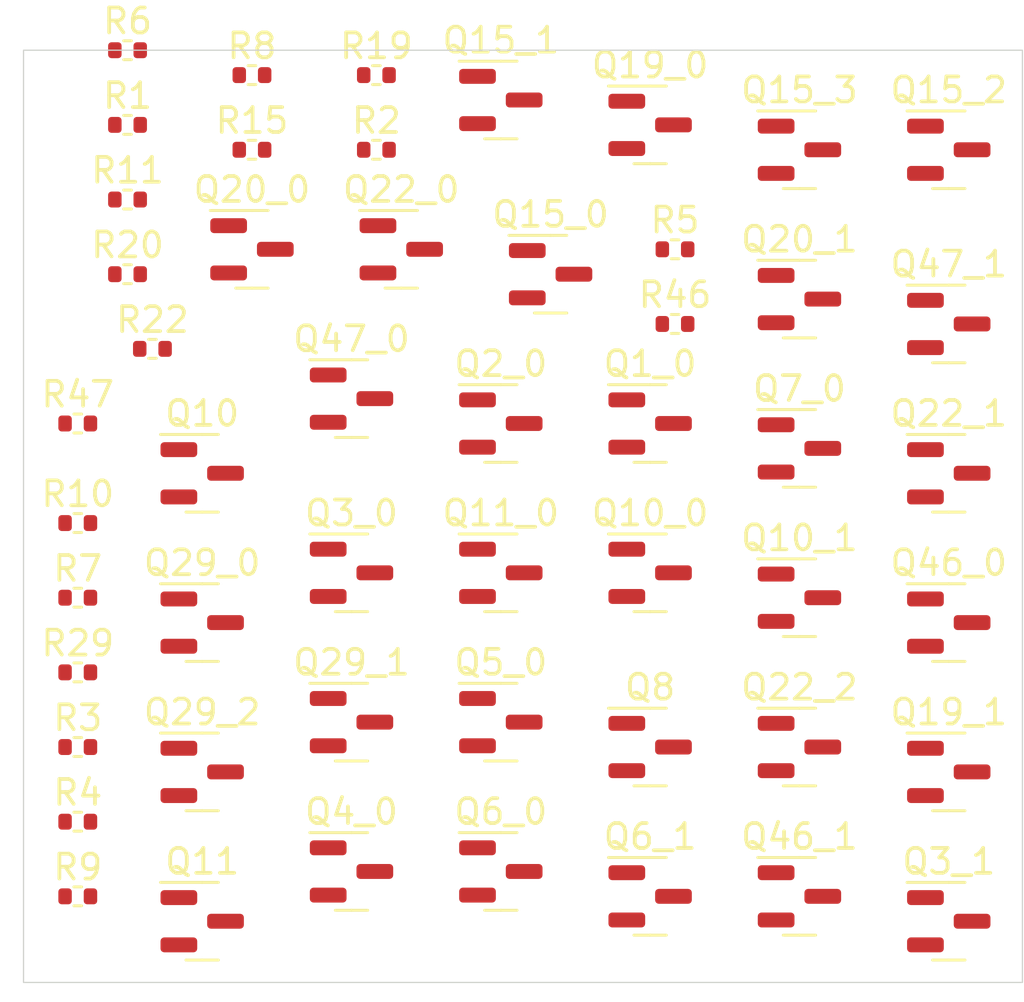
<source format=kicad_pcb>
(kicad_pcb (version 20211014) (generator pcbnew)
  (layers (0 "F.Cu" signal) (31 "B.Cu" signal) (34 "B.Paste" user) (35 "F.Paste" user) (36 "B.SilkS" user "B.Silkscreen") (37 "F.SilkS" user "F.Silkscreen") (38 "B.Mask" user) (39 "F.Mask" user) (44 "Edge.Cuts" user))
  (net 0 "")
  (net 1 "/A")
  (net 2 "GND")
  (net 3 "Net-(Q7-Pad3)")
  (net 4 "/B")
  (net 5 "Net-(Q8-Pad3)")
  (net 6 "Net-(Q10-Pad2)")
  (net 7 "/Q")
  (net 8 "VCC")
  (net 9 "/C")
  (net 10 "/Cnot")
  (net 11 "/Bnot")
  (net 12 "/Anot")
  (net 13 "Net-(Q3_0-Pad2)")
  (net 14 "/NAND3")
  (net 15 "/Dnot")
  (net 16 "/NAND3_not")
  (net 17 "/D")
  (net 18 "Net-(Q6_0-Pad2)")
  (net 19 "/NAND6")
  (net 20 "Net-(Q10_0-Pad2)")
  (net 21 "/NAND10")
  (net 22 "/NAND10_not")
  (net 23 "Net-(Q15_0-Pad2)")
  (net 24 "/NAND15")
  (net 25 "Net-(Q15_1-Pad2)")
  (net 26 "Net-(Q15_2-Pad2)")
  (net 27 "Net-(Q19_0-Pad2)")
  (net 28 "/NAND19")
  (net 29 "/A_not")
  (net 30 "Net-(Q20_0-Pad2)")
  (net 31 "/NAND20")
  (net 32 "Net-(Q22_0-Pad2)")
  (net 33 "/NAND22")
  (net 34 "Net-(Q22_1-Pad2)")
  (net 35 "Net-(Q29_0-Pad2)")
  (net 36 "/NAND29")
  (net 37 "Net-(Q29_1-Pad2)")
  (net 38 "Net-(Q46_0-Pad2)")
  (net 39 "/NAND46")
  (net 40 "Net-(Q47_0-Pad2)")
  (net 41 "/NAND47")
  (footprint "Package_TO_SOT_SMD:SOT-23" (layer "F.Cu") (at 46 67)
    (fp_text reference "Q29_2" (at 0 -2.4) (layer "F.SilkS"))
    (fp_text value "2N7002")
    (fp_line (start 0 -1.56) (end 0.65 -1.56) (layer "F.SilkS") (width 0.12))
    (fp_line (start 0 1.56) (end 0.65 1.56) (layer "F.SilkS") (width 0.12))
    (fp_line (start 0 1.56) (end -0.65 1.56) (layer "F.SilkS") (width 0.12))
    (fp_line (start 0 -1.56) (end -1.675 -1.56) (layer "F.SilkS") (width 0.12))
    (pad "1" smd roundrect (at -0.9375 -0.95) (size 1.475 0.6) (layers "F.Cu" "F.Paste" "F.Mask") (net 17 "/D"))
    (pad "2" smd roundrect (at -0.9375 0.95) (size 1.475 0.6) (layers "F.Cu" "F.Paste" "F.Mask") (net 2 "GND"))
    (pad "3" smd roundrect (at 0.9375 0) (size 1.475 0.6) (layers "F.Cu" "F.Paste" "F.Mask") (net 37 "Net-(Q29_1-Pad2)"))
  )
  (footprint "Package_TO_SOT_SMD:SOT-23" (layer "F.Cu") (at 54 46)
    (fp_text reference "Q22_0" (at 0 -2.4) (layer "F.SilkS"))
    (fp_text value "2N7002")
    (fp_line (start 0 -1.56) (end -1.675 -1.56) (layer "F.SilkS") (width 0.12))
    (fp_line (start 0 1.56) (end 0.65 1.56) (layer "F.SilkS") (width 0.12))
    (fp_line (start 0 1.56) (end -0.65 1.56) (layer "F.SilkS") (width 0.12))
    (fp_line (start 0 -1.56) (end 0.65 -1.56) (layer "F.SilkS") (width 0.12))
    (pad "1" smd roundrect (at -0.9375 -0.95) (size 1.475 0.6) (layers "F.Cu" "F.Paste" "F.Mask") (net 22 "/NAND10_not"))
    (pad "2" smd roundrect (at -0.9375 0.95) (size 1.475 0.6) (layers "F.Cu" "F.Paste" "F.Mask") (net 32 "Net-(Q22_0-Pad2)"))
    (pad "3" smd roundrect (at 0.9375 0) (size 1.475 0.6) (layers "F.Cu" "F.Paste" "F.Mask") (net 33 "/NAND22"))
  )
  (footprint "Package_TO_SOT_SMD:SOT-23" (layer "F.Cu") (at 60 47)
    (fp_text reference "Q15_0" (at 0 -2.4) (layer "F.SilkS"))
    (fp_text value "2N7002")
    (fp_line (start 0 1.56) (end 0.65 1.56) (layer "F.SilkS") (width 0.12))
    (fp_line (start 0 -1.56) (end 0.65 -1.56) (layer "F.SilkS") (width 0.12))
    (fp_line (start 0 -1.56) (end -1.675 -1.56) (layer "F.SilkS") (width 0.12))
    (fp_line (start 0 1.56) (end -0.65 1.56) (layer "F.SilkS") (width 0.12))
    (pad "1" smd roundrect (at -0.9375 -0.95) (size 1.475 0.6) (layers "F.Cu" "F.Paste" "F.Mask") (net 11 "/Bnot"))
    (pad "2" smd roundrect (at -0.9375 0.95) (size 1.475 0.6) (layers "F.Cu" "F.Paste" "F.Mask") (net 23 "Net-(Q15_0-Pad2)"))
    (pad "3" smd roundrect (at 0.9375 0) (size 1.475 0.6) (layers "F.Cu" "F.Paste" "F.Mask") (net 24 "/NAND15"))
  )
  (footprint "Package_TO_SOT_SMD:SOT-23" (layer "F.Cu") (at 58 59)
    (fp_text reference "Q11_0" (at 0 -2.4) (layer "F.SilkS"))
    (fp_text value "2N7002")
    (fp_line (start 0 1.56) (end -0.65 1.56) (layer "F.SilkS") (width 0.12))
    (fp_line (start 0 1.56) (end 0.65 1.56) (layer "F.SilkS") (width 0.12))
    (fp_line (start 0 -1.56) (end -1.675 -1.56) (layer "F.SilkS") (width 0.12))
    (fp_line (start 0 -1.56) (end 0.65 -1.56) (layer "F.SilkS") (width 0.12))
    (pad "1" smd roundrect (at -0.9375 -0.95) (size 1.475 0.6) (layers "F.Cu" "F.Paste" "F.Mask") (net 21 "/NAND10"))
    (pad "2" smd roundrect (at -0.9375 0.95) (size 1.475 0.6) (layers "F.Cu" "F.Paste" "F.Mask") (net 2 "GND"))
    (pad "3" smd roundrect (at 0.9375 0) (size 1.475 0.6) (layers "F.Cu" "F.Paste" "F.Mask") (net 22 "/NAND10_not"))
  )
  (footprint "Package_TO_SOT_SMD:SOT-23" (layer "F.Cu") (at 76 67)
    (fp_text reference "Q19_1" (at 0 -2.4) (layer "F.SilkS"))
    (fp_text value "2N7002")
    (fp_line (start 0 -1.56) (end -1.675 -1.56) (layer "F.SilkS") (width 0.12))
    (fp_line (start 0 1.56) (end -0.65 1.56) (layer "F.SilkS") (width 0.12))
    (fp_line (start 0 1.56) (end 0.65 1.56) (layer "F.SilkS") (width 0.12))
    (fp_line (start 0 -1.56) (end 0.65 -1.56) (layer "F.SilkS") (width 0.12))
    (pad "1" smd roundrect (at -0.9375 -0.95) (size 1.475 0.6) (layers "F.Cu" "F.Paste" "F.Mask") (net 9 "/C"))
    (pad "2" smd roundrect (at -0.9375 0.95) (size 1.475 0.6) (layers "F.Cu" "F.Paste" "F.Mask") (net 2 "GND"))
    (pad "3" smd roundrect (at 0.9375 0) (size 1.475 0.6) (layers "F.Cu" "F.Paste" "F.Mask") (net 27 "Net-(Q19_0-Pad2)"))
  )
  (footprint "Package_TO_SOT_SMD:SOT-23" (layer "F.Cu") (at 76 73)
    (fp_text reference "Q3_1" (at 0 -2.4) (layer "F.SilkS"))
    (fp_text value "2N7002")
    (fp_line (start 0 1.56) (end 0.65 1.56) (layer "F.SilkS") (width 0.12))
    (fp_line (start 0 -1.56) (end -1.675 -1.56) (layer "F.SilkS") (width 0.12))
    (fp_line (start 0 1.56) (end -0.65 1.56) (layer "F.SilkS") (width 0.12))
    (fp_line (start 0 -1.56) (end 0.65 -1.56) (layer "F.SilkS") (width 0.12))
    (pad "1" smd roundrect (at -0.9375 -0.95) (size 1.475 0.6) (layers "F.Cu" "F.Paste" "F.Mask") (net 15 "/Dnot"))
    (pad "2" smd roundrect (at -0.9375 0.95) (size 1.475 0.6) (layers "F.Cu" "F.Paste" "F.Mask") (net 2 "GND"))
    (pad "3" smd roundrect (at 0.9375 0) (size 1.475 0.6) (layers "F.Cu" "F.Paste" "F.Mask") (net 13 "Net-(Q3_0-Pad2)"))
  )
  (footprint "Package_TO_SOT_SMD:SOT-23" (layer "F.Cu") (at 52 52)
    (fp_text reference "Q47_0" (at 0 -2.4) (layer "F.SilkS"))
    (fp_text value "2N7002")
    (fp_line (start 0 1.56) (end 0.65 1.56) (layer "F.SilkS") (width 0.12))
    (fp_line (start 0 -1.56) (end -1.675 -1.56) (layer "F.SilkS") (width 0.12))
    (fp_line (start 0 1.56) (end -0.65 1.56) (layer "F.SilkS") (width 0.12))
    (fp_line (start 0 -1.56) (end 0.65 -1.56) (layer "F.SilkS") (width 0.12))
    (pad "1" smd roundrect (at -0.9375 -0.95) (size 1.475 0.6) (layers "F.Cu" "F.Paste" "F.Mask") (net 4 "/B"))
    (pad "2" smd roundrect (at -0.9375 0.95) (size 1.475 0.6) (layers "F.Cu" "F.Paste" "F.Mask") (net 40 "Net-(Q47_0-Pad2)"))
    (pad "3" smd roundrect (at 0.9375 0) (size 1.475 0.6) (layers "F.Cu" "F.Paste" "F.Mask") (net 41 "/NAND47"))
  )
  (footprint "Resistor_SMD:R_0402_1005Metric" (layer "F.Cu") (at 53 42)
    (fp_text reference "R2" (at 0 -1.17) (layer "F.SilkS"))
    (fp_text value "R_Small")
    (fp_line (start -0.153641 0.38) (end 0.153641 0.38) (layer "F.SilkS") (width 0.12))
    (fp_line (start -0.153641 -0.38) (end 0.153641 -0.38) (layer "F.SilkS") (width 0.12))
    (pad "1" smd roundrect (at -0.51 0) (size 0.54 0.64) (layers "F.Cu" "F.Paste" "F.Mask") (net 8 "VCC"))
    (pad "2" smd roundrect (at 0.51 0) (size 0.54 0.64) (layers "F.Cu" "F.Paste" "F.Mask") (net 11 "/Bnot"))
  )
  (footprint "Package_TO_SOT_SMD:SOT-23" (layer "F.Cu") (at 70 72)
    (fp_text reference "Q46_1" (at 0 -2.4) (layer "F.SilkS"))
    (fp_text value "2N7002")
    (fp_line (start 0 -1.56) (end 0.65 -1.56) (layer "F.SilkS") (width 0.12))
    (fp_line (start 0 -1.56) (end -1.675 -1.56) (layer "F.SilkS") (width 0.12))
    (fp_line (start 0 1.56) (end 0.65 1.56) (layer "F.SilkS") (width 0.12))
    (fp_line (start 0 1.56) (end -0.65 1.56) (layer "F.SilkS") (width 0.12))
    (pad "1" smd roundrect (at -0.9375 -0.95) (size 1.475 0.6) (layers "F.Cu" "F.Paste" "F.Mask") (net 15 "/Dnot"))
    (pad "2" smd roundrect (at -0.9375 0.95) (size 1.475 0.6) (layers "F.Cu" "F.Paste" "F.Mask") (net 2 "GND"))
    (pad "3" smd roundrect (at 0.9375 0) (size 1.475 0.6) (layers "F.Cu" "F.Paste" "F.Mask") (net 38 "Net-(Q46_0-Pad2)"))
  )
  (footprint "Resistor_SMD:R_0402_1005Metric" (layer "F.Cu") (at 48 42)
    (fp_text reference "R15" (at 0 -1.17) (layer "F.SilkS"))
    (fp_text value "R_Small")
    (fp_line (start -0.153641 0.38) (end 0.153641 0.38) (layer "F.SilkS") (width 0.12))
    (fp_line (start -0.153641 -0.38) (end 0.153641 -0.38) (layer "F.SilkS") (width 0.12))
    (pad "1" smd roundrect (at -0.51 0) (size 0.54 0.64) (layers "F.Cu" "F.Paste" "F.Mask") (net 8 "VCC"))
    (pad "2" smd roundrect (at 0.51 0) (size 0.54 0.64) (layers "F.Cu" "F.Paste" "F.Mask") (net 24 "/NAND15"))
  )
  (footprint "Resistor_SMD:R_0402_1005Metric" (layer "F.Cu") (at 65 46)
    (fp_text reference "R5" (at 0 -1.17) (layer "F.SilkS"))
    (fp_text value "R_Small")
    (fp_line (start -0.153641 0.38) (end 0.153641 0.38) (layer "F.SilkS") (width 0.12))
    (fp_line (start -0.153641 -0.38) (end 0.153641 -0.38) (layer "F.SilkS") (width 0.12))
    (pad "1" smd roundrect (at -0.51 0) (size 0.54 0.64) (layers "F.Cu" "F.Paste" "F.Mask") (net 8 "VCC"))
    (pad "2" smd roundrect (at 0.51 0) (size 0.54 0.64) (layers "F.Cu" "F.Paste" "F.Mask") (net 15 "/Dnot"))
  )
  (footprint "Resistor_SMD:R_0402_1005Metric" (layer "F.Cu") (at 41 53)
    (fp_text reference "R47" (at 0 -1.17) (layer "F.SilkS"))
    (fp_text value "R_Small")
    (fp_line (start -0.153641 0.38) (end 0.153641 0.38) (layer "F.SilkS") (width 0.12))
    (fp_line (start -0.153641 -0.38) (end 0.153641 -0.38) (layer "F.SilkS") (width 0.12))
    (pad "1" smd roundrect (at -0.51 0) (size 0.54 0.64) (layers "F.Cu" "F.Paste" "F.Mask") (net 8 "VCC"))
    (pad "2" smd roundrect (at 0.51 0) (size 0.54 0.64) (layers "F.Cu" "F.Paste" "F.Mask") (net 41 "/NAND47"))
  )
  (footprint "Package_TO_SOT_SMD:SOT-23" (layer "F.Cu") (at 70 48)
    (fp_text reference "Q20_1" (at 0 -2.4) (layer "F.SilkS"))
    (fp_text value "2N7002")
    (fp_line (start 0 -1.56) (end -1.675 -1.56) (layer "F.SilkS") (width 0.12))
    (fp_line (start 0 1.56) (end -0.65 1.56) (layer "F.SilkS") (width 0.12))
    (fp_line (start 0 -1.56) (end 0.65 -1.56) (layer "F.SilkS") (width 0.12))
    (fp_line (start 0 1.56) (end 0.65 1.56) (layer "F.SilkS") (width 0.12))
    (pad "1" smd roundrect (at -0.9375 -0.95) (size 1.475 0.6) (layers "F.Cu" "F.Paste" "F.Mask") (net 28 "/NAND19"))
    (pad "2" smd roundrect (at -0.9375 0.95) (size 1.475 0.6) (layers "F.Cu" "F.Paste" "F.Mask") (net 2 "GND"))
    (pad "3" smd roundrect (at 0.9375 0) (size 1.475 0.6) (layers "F.Cu" "F.Paste" "F.Mask") (net 30 "Net-(Q20_0-Pad2)"))
  )
  (footprint "Resistor_SMD:R_0402_1005Metric" (layer "F.Cu") (at 41 72)
    (fp_text reference "R9" (at 0 -1.17) (layer "F.SilkS"))
    (fp_text value "R_Small")
    (fp_line (start -0.153641 0.38) (end 0.153641 0.38) (layer "F.SilkS") (width 0.12))
    (fp_line (start -0.153641 -0.38) (end 0.153641 -0.38) (layer "F.SilkS") (width 0.12))
    (pad "1" smd roundrect (at -0.51 0) (size 0.54 0.64) (layers "F.Cu" "F.Paste" "F.Mask") (net 8 "VCC"))
    (pad "2" smd roundrect (at 0.51 0) (size 0.54 0.64) (layers "F.Cu" "F.Paste" "F.Mask") (net 5 "Net-(Q8-Pad3)"))
  )
  (footprint "Package_TO_SOT_SMD:SOT-23" (layer "F.Cu") (at 52 71)
    (fp_text reference "Q4_0" (at 0 -2.4) (layer "F.SilkS"))
    (fp_text value "2N7002")
    (fp_line (start 0 1.56) (end 0.65 1.56) (layer "F.SilkS") (width 0.12))
    (fp_line (start 0 -1.56) (end 0.65 -1.56) (layer "F.SilkS") (width 0.12))
    (fp_line (start 0 1.56) (end -0.65 1.56) (layer "F.SilkS") (width 0.12))
    (fp_line (start 0 -1.56) (end -1.675 -1.56) (layer "F.SilkS") (width 0.12))
    (pad "1" smd roundrect (at -0.9375 -0.95) (size 1.475 0.6) (layers "F.Cu" "F.Paste" "F.Mask") (net 14 "/NAND3"))
    (pad "2" smd roundrect (at -0.9375 0.95) (size 1.475 0.6) (layers "F.Cu" "F.Paste" "F.Mask") (net 2 "GND"))
    (pad "3" smd roundrect (at 0.9375 0) (size 1.475 0.6) (layers "F.Cu" "F.Paste" "F.Mask") (net 16 "/NAND3_not"))
  )
  (footprint "Resistor_SMD:R_0402_1005Metric" (layer "F.Cu") (at 41 57)
    (fp_text reference "R10" (at 0 -1.17) (layer "F.SilkS"))
    (fp_text value "R_Small")
    (fp_line (start -0.153641 -0.38) (end 0.153641 -0.38) (layer "F.SilkS") (width 0.12))
    (fp_line (start -0.153641 0.38) (end 0.153641 0.38) (layer "F.SilkS") (width 0.12))
    (pad "1" smd roundrect (at -0.51 0) (size 0.54 0.64) (layers "F.Cu" "F.Paste" "F.Mask") (net 8 "VCC"))
    (pad "2" smd roundrect (at 0.51 0) (size 0.54 0.64) (layers "F.Cu" "F.Paste" "F.Mask") (net 21 "/NAND10"))
  )
  (footprint "Resistor_SMD:R_0402_1005Metric" (layer "F.Cu") (at 43 41)
    (fp_text reference "R1" (at 0 -1.17) (layer "F.SilkS"))
    (fp_text value "R_Small")
    (fp_line (start -0.153641 0.38) (end 0.153641 0.38) (layer "F.SilkS") (width 0.12))
    (fp_line (start -0.153641 -0.38) (end 0.153641 -0.38) (layer "F.SilkS") (width 0.12))
    (pad "1" smd roundrect (at -0.51 0) (size 0.54 0.64) (layers "F.Cu" "F.Paste" "F.Mask") (net 8 "VCC"))
    (pad "2" smd roundrect (at 0.51 0) (size 0.54 0.64) (layers "F.Cu" "F.Paste" "F.Mask") (net 10 "/Cnot"))
  )
  (footprint "Resistor_SMD:R_0402_1005Metric" (layer "F.Cu") (at 43 38)
    (fp_text reference "R6" (at 0 -1.17) (layer "F.SilkS"))
    (fp_text value "R_Small")
    (fp_line (start -0.153641 0.38) (end 0.153641 0.38) (layer "F.SilkS") (width 0.12))
    (fp_line (start -0.153641 -0.38) (end 0.153641 -0.38) (layer "F.SilkS") (width 0.12))
    (pad "1" smd roundrect (at -0.51 0) (size 0.54 0.64) (layers "F.Cu" "F.Paste" "F.Mask") (net 8 "VCC"))
    (pad "2" smd roundrect (at 0.51 0) (size 0.54 0.64) (layers "F.Cu" "F.Paste" "F.Mask") (net 19 "/NAND6"))
  )
  (footprint "Package_TO_SOT_SMD:SOT-23" (layer "F.Cu") (at 46 55)
    (fp_text reference "Q10" (at 0 -2.4) (layer "F.SilkS"))
    (fp_text value "2N7002")
    (fp_line (start 0 -1.56) (end -1.675 -1.56) (layer "F.SilkS") (width 0.12))
    (fp_line (start 0 -1.56) (end 0.65 -1.56) (layer "F.SilkS") (width 0.12))
    (fp_line (start 0 1.56) (end 0.65 1.56) (layer "F.SilkS") (width 0.12))
    (fp_line (start 0 1.56) (end -0.65 1.56) (layer "F.SilkS") (width 0.12))
    (pad "1" smd roundrect (at -0.9375 -0.95) (size 1.475 0.6) (layers "F.Cu" "F.Paste" "F.Mask") (net 3 "Net-(Q7-Pad3)"))
    (pad "2" smd roundrect (at -0.9375 0.95) (size 1.475 0.6) (layers "F.Cu" "F.Paste" "F.Mask") (net 6 "Net-(Q10-Pad2)"))
    (pad "3" smd roundrect (at 0.9375 0) (size 1.475 0.6) (layers "F.Cu" "F.Paste" "F.Mask") (net 7 "/Q"))
  )
  (footprint "Package_TO_SOT_SMD:SOT-23" (layer "F.Cu") (at 64 59)
    (fp_text reference "Q10_0" (at 0 -2.4) (layer "F.SilkS"))
    (fp_text value "2N7002")
    (fp_line (start 0 1.56) (end 0.65 1.56) (layer "F.SilkS") (width 0.12))
    (fp_line (start 0 1.56) (end -0.65 1.56) (layer "F.SilkS") (width 0.12))
    (fp_line (start 0 -1.56) (end 0.65 -1.56) (layer "F.SilkS") (width 0.12))
    (fp_line (start 0 -1.56) (end -1.675 -1.56) (layer "F.SilkS") (width 0.12))
    (pad "1" smd roundrect (at -0.9375 -0.95) (size 1.475 0.6) (layers "F.Cu" "F.Paste" "F.Mask") (net 10 "/Cnot"))
    (pad "2" smd roundrect (at -0.9375 0.95) (size 1.475 0.6) (layers "F.Cu" "F.Paste" "F.Mask") (net 20 "Net-(Q10_0-Pad2)"))
    (pad "3" smd roundrect (at 0.9375 0) (size 1.475 0.6) (layers "F.Cu" "F.Paste" "F.Mask") (net 21 "/NAND10"))
  )
  (footprint "Resistor_SMD:R_0402_1005Metric" (layer "F.Cu") (at 53 39)
    (fp_text reference "R19" (at 0 -1.17) (layer "F.SilkS"))
    (fp_text value "R_Small")
    (fp_line (start -0.153641 0.38) (end 0.153641 0.38) (layer "F.SilkS") (width 0.12))
    (fp_line (start -0.153641 -0.38) (end 0.153641 -0.38) (layer "F.SilkS") (width 0.12))
    (pad "1" smd roundrect (at -0.51 0) (size 0.54 0.64) (layers "F.Cu" "F.Paste" "F.Mask") (net 8 "VCC"))
    (pad "2" smd roundrect (at 0.51 0) (size 0.54 0.64) (layers "F.Cu" "F.Paste" "F.Mask") (net 28 "/NAND19"))
  )
  (footprint "Package_TO_SOT_SMD:SOT-23" (layer "F.Cu") (at 70 60)
    (fp_text reference "Q10_1" (at 0 -2.4) (layer "F.SilkS"))
    (fp_text value "2N7002")
    (fp_line (start 0 1.56) (end -0.65 1.56) (layer "F.SilkS") (width 0.12))
    (fp_line (start 0 1.56) (end 0.65 1.56) (layer "F.SilkS") (width 0.12))
    (fp_line (start 0 -1.56) (end 0.65 -1.56) (layer "F.SilkS") (width 0.12))
    (fp_line (start 0 -1.56) (end -1.675 -1.56) (layer "F.SilkS") (width 0.12))
    (pad "1" smd roundrect (at -0.9375 -0.95) (size 1.475 0.6) (layers "F.Cu" "F.Paste" "F.Mask") (net 17 "/D"))
    (pad "2" smd roundrect (at -0.9375 0.95) (size 1.475 0.6) (layers "F.Cu" "F.Paste" "F.Mask") (net 2 "GND"))
    (pad "3" smd roundrect (at 0.9375 0) (size 1.475 0.6) (layers "F.Cu" "F.Paste" "F.Mask") (net 20 "Net-(Q10_0-Pad2)"))
  )
  (footprint "Package_TO_SOT_SMD:SOT-23" (layer "F.Cu") (at 64 72)
    (fp_text reference "Q6_1" (at 0 -2.4) (layer "F.SilkS"))
    (fp_text value "2N7002")
    (fp_line (start 0 1.56) (end -0.65 1.56) (layer "F.SilkS") (width 0.12))
    (fp_line (start 0 -1.56) (end 0.65 -1.56) (layer "F.SilkS") (width 0.12))
    (fp_line (start 0 -1.56) (end -1.675 -1.56) (layer "F.SilkS") (width 0.12))
    (fp_line (start 0 1.56) (end 0.65 1.56) (layer "F.SilkS") (width 0.12))
    (pad "1" smd roundrect (at -0.9375 -0.95) (size 1.475 0.6) (layers "F.Cu" "F.Paste" "F.Mask") (net 15 "/Dnot"))
    (pad "2" smd roundrect (at -0.9375 0.95) (size 1.475 0.6) (layers "F.Cu" "F.Paste" "F.Mask") (net 2 "GND"))
    (pad "3" smd roundrect (at 0.9375 0) (size 1.475 0.6) (layers "F.Cu" "F.Paste" "F.Mask") (net 18 "Net-(Q6_0-Pad2)"))
  )
  (footprint "Resistor_SMD:R_0402_1005Metric" (layer "F.Cu") (at 41 69)
    (fp_text reference "R4" (at 0 -1.17) (layer "F.SilkS"))
    (fp_text value "R_Small")
    (fp_line (start -0.153641 -0.38) (end 0.153641 -0.38) (layer "F.SilkS") (width 0.12))
    (fp_line (start -0.153641 0.38) (end 0.153641 0.38) (layer "F.SilkS") (width 0.12))
    (pad "1" smd roundrect (at -0.51 0) (size 0.54 0.64) (layers "F.Cu" "F.Paste" "F.Mask") (net 8 "VCC"))
    (pad "2" smd roundrect (at 0.51 0) (size 0.54 0.64) (layers "F.Cu" "F.Paste" "F.Mask") (net 16 "/NAND3_not"))
  )
  (footprint "Package_TO_SOT_SMD:SOT-23" (layer "F.Cu") (at 46 61)
    (fp_text reference "Q29_0" (at 0 -2.4) (layer "F.SilkS"))
    (fp_text value "2N7002")
    (fp_line (start 0 1.56) (end 0.65 1.56) (layer "F.SilkS") (width 0.12))
    (fp_line (start 0 1.56) (end -0.65 1.56) (layer "F.SilkS") (width 0.12))
    (fp_line (start 0 -1.56) (end -1.675 -1.56) (layer "F.SilkS") (width 0.12))
    (fp_line (start 0 -1.56) (end 0.65 -1.56) (layer "F.SilkS") (width 0.12))
    (pad "1" smd roundrect (at -0.9375 -0.95) (size 1.475 0.6) (layers "F.Cu" "F.Paste" "F.Mask") (net 10 "/Cnot"))
    (pad "2" smd roundrect (at -0.9375 0.95) (size 1.475 0.6) (layers "F.Cu" "F.Paste" "F.Mask") (net 35 "Net-(Q29_0-Pad2)"))
    (pad "3" smd roundrect (at 0.9375 0) (size 1.475 0.6) (layers "F.Cu" "F.Paste" "F.Mask") (net 36 "/NAND29"))
  )
  (footprint "Resistor_SMD:R_0402_1005Metric" (layer "F.Cu") (at 48 39)
    (fp_text reference "R8" (at 0 -1.17) (layer "F.SilkS"))
    (fp_text value "R_Small")
    (fp_line (start -0.153641 -0.38) (end 0.153641 -0.38) (layer "F.SilkS") (width 0.12))
    (fp_line (start -0.153641 0.38) (end 0.153641 0.38) (layer "F.SilkS") (width 0.12))
    (pad "1" smd roundrect (at -0.51 0) (size 0.54 0.64) (layers "F.Cu" "F.Paste" "F.Mask") (net 8 "VCC"))
    (pad "2" smd roundrect (at 0.51 0) (size 0.54 0.64) (layers "F.Cu" "F.Paste" "F.Mask") (net 7 "/Q"))
  )
  (footprint "Package_TO_SOT_SMD:SOT-23" (layer "F.Cu") (at 70 54)
    (fp_text reference "Q7_0" (at 0 -2.4) (layer "F.SilkS"))
    (fp_text value "2N7002")
    (fp_line (start 0 1.56) (end -0.65 1.56) (layer "F.SilkS") (width 0.12))
    (fp_line (start 0 -1.56) (end 0.65 -1.56) (layer "F.SilkS") (width 0.12))
    (fp_line (start 0 1.56) (end 0.65 1.56) (layer "F.SilkS") (width 0.12))
    (fp_line (start 0 -1.56) (end -1.675 -1.56) (layer "F.SilkS") (width 0.12))
    (pad "1" smd roundrect (at -0.9375 -0.95) (size 1.475 0.6) (layers "F.Cu" "F.Paste" "F.Mask") (net 1 "/A"))
    (pad "2" smd roundrect (at -0.9375 0.95) (size 1.475 0.6) (layers "F.Cu" "F.Paste" "F.Mask") (net 2 "GND"))
    (pad "3" smd roundrect (at 0.9375 0) (size 1.475 0.6) (layers "F.Cu" "F.Paste" "F.Mask") (net 12 "/Anot"))
  )
  (footprint "Package_TO_SOT_SMD:SOT-23" (layer "F.Cu") (at 46 73)
    (fp_text reference "Q11" (at 0 -2.4) (layer "F.SilkS"))
    (fp_text value "2N7002")
    (fp_line (start 0 -1.56) (end -1.675 -1.56) (layer "F.SilkS") (width 0.12))
    (fp_line (start 0 -1.56) (end 0.65 -1.56) (layer "F.SilkS") (width 0.12))
    (fp_line (start 0 1.56) (end 0.65 1.56) (layer "F.SilkS") (width 0.12))
    (fp_line (start 0 1.56) (end -0.65 1.56) (layer "F.SilkS") (width 0.12))
    (pad "1" smd roundrect (at -0.9375 -0.95) (size 1.475 0.6) (layers "F.Cu" "F.Paste" "F.Mask") (net 5 "Net-(Q8-Pad3)"))
    (pad "2" smd roundrect (at -0.9375 0.95) (size 1.475 0.6) (layers "F.Cu" "F.Paste" "F.Mask") (net 2 "GND"))
    (pad "3" smd roundrect (at 0.9375 0) (size 1.475 0.6) (layers "F.Cu" "F.Paste" "F.Mask") (net 6 "Net-(Q10-Pad2)"))
  )
  (footprint "Package_TO_SOT_SMD:SOT-23" (layer "F.Cu") (at 58 65)
    (fp_text reference "Q5_0" (at 0 -2.4) (layer "F.SilkS"))
    (fp_text value "2N7002")
    (fp_line (start 0 -1.56) (end 0.65 -1.56) (layer "F.SilkS") (width 0.12))
    (fp_line (start 0 -1.56) (end -1.675 -1.56) (layer "F.SilkS") (width 0.12))
    (fp_line (start 0 1.56) (end 0.65 1.56) (layer "F.SilkS") (width 0.12))
    (fp_line (start 0 1.56) (end -0.65 1.56) (layer "F.SilkS") (width 0.12))
    (pad "1" smd roundrect (at -0.9375 -0.95) (size 1.475 0.6) (layers "F.Cu" "F.Paste" "F.Mask") (net 17 "/D"))
    (pad "2" smd roundrect (at -0.9375 0.95) (size 1.475 0.6) (layers "F.Cu" "F.Paste" "F.Mask") (net 2 "GND"))
    (pad "3" smd roundrect (at 0.9375 0) (size 1.475 0.6) (layers "F.Cu" "F.Paste" "F.Mask") (net 15 "/Dnot"))
  )
  (footprint "Package_TO_SOT_SMD:SOT-23" (layer "F.Cu") (at 58 40)
    (fp_text reference "Q15_1" (at 0 -2.4) (layer "F.SilkS"))
    (fp_text value "2N7002")
    (fp_line (start 0 -1.56) (end -1.675 -1.56) (layer "F.SilkS") (width 0.12))
    (fp_line (start 0 1.56) (end -0.65 1.56) (layer "F.SilkS") (width 0.12))
    (fp_line (start 0 1.56) (end 0.65 1.56) (layer "F.SilkS") (width 0.12))
    (fp_line (start 0 -1.56) (end 0.65 -1.56) (layer "F.SilkS") (width 0.12))
    (pad "1" smd roundrect (at -0.9375 -0.95) (size 1.475 0.6) (layers "F.Cu" "F.Paste" "F.Mask") (net 9 "/C"))
    (pad "2" smd roundrect (at -0.9375 0.95) (size 1.475 0.6) (layers "F.Cu" "F.Paste" "F.Mask") (net 25 "Net-(Q15_1-Pad2)"))
    (pad "3" smd roundrect (at 0.9375 0) (size 1.475 0.6) (layers "F.Cu" "F.Paste" "F.Mask") (net 23 "Net-(Q15_0-Pad2)"))
  )
  (footprint "Package_TO_SOT_SMD:SOT-23" (layer "F.Cu") (at 52 59)
    (fp_text reference "Q3_0" (at 0 -2.4) (layer "F.SilkS"))
    (fp_text value "2N7002")
    (fp_line (start 0 1.56) (end -0.65 1.56) (layer "F.SilkS") (width 0.12))
    (fp_line (start 0 -1.56) (end 0.65 -1.56) (layer "F.SilkS") (width 0.12))
    (fp_line (start 0 1.56) (end 0.65 1.56) (layer "F.SilkS") (width 0.12))
    (fp_line (start 0 -1.56) (end -1.675 -1.56) (layer "F.SilkS") (width 0.12))
    (pad "1" smd roundrect (at -0.9375 -0.95) (size 1.475 0.6) (layers "F.Cu" "F.Paste" "F.Mask") (net 12 "/Anot"))
    (pad "2" smd roundrect (at -0.9375 0.95) (size 1.475 0.6) (layers "F.Cu" "F.Paste" "F.Mask") (net 13 "Net-(Q3_0-Pad2)"))
    (pad "3" smd roundrect (at 0.9375 0) (size 1.475 0.6) (layers "F.Cu" "F.Paste" "F.Mask") (net 14 "/NAND3"))
  )
  (footprint "Resistor_SMD:R_0402_1005Metric" (layer "F.Cu") (at 43 47)
    (fp_text reference "R20" (at 0 -1.17) (layer "F.SilkS"))
    (fp_text value "R_Small")
    (fp_line (start -0.153641 0.38) (end 0.153641 0.38) (layer "F.SilkS") (width 0.12))
    (fp_line (start -0.153641 -0.38) (end 0.153641 -0.38) (layer "F.SilkS") (width 0.12))
    (pad "1" smd roundrect (at -0.51 0) (size 0.54 0.64) (layers "F.Cu" "F.Paste" "F.Mask") (net 8 "VCC"))
    (pad "2" smd roundrect (at 0.51 0) (size 0.54 0.64) (layers "F.Cu" "F.Paste" "F.Mask") (net 31 "/NAND20"))
  )
  (footprint "Package_TO_SOT_SMD:SOT-23" (layer "F.Cu") (at 76 55)
    (fp_text reference "Q22_1" (at 0 -2.4) (layer "F.SilkS"))
    (fp_text value "2N7002")
    (fp_line (start 0 1.56) (end 0.65 1.56) (layer "F.SilkS") (width 0.12))
    (fp_line (start 0 -1.56) (end -1.675 -1.56) (layer "F.SilkS") (width 0.12))
    (fp_line (start 0 1.56) (end -0.65 1.56) (layer "F.SilkS") (width 0.12))
    (fp_line (start 0 -1.56) (end 0.65 -1.56) (layer "F.SilkS") (width 0.12))
    (pad "1" smd roundrect (at -0.9375 -0.95) (size 1.475 0.6) (layers "F.Cu" "F.Paste" "F.Mask") (net 12 "/Anot"))
    (pad "2" smd roundrect (at -0.9375 0.95) (size 1.475 0.6) (layers "F.Cu" "F.Paste" "F.Mask") (net 34 "Net-(Q22_1-Pad2)"))
    (pad "3" smd roundrect (at 0.9375 0) (size 1.475 0.6) (layers "F.Cu" "F.Paste" "F.Mask") (net 32 "Net-(Q22_0-Pad2)"))
  )
  (footprint "Resistor_SMD:R_0402_1005Metric" (layer "F.Cu") (at 41 60)
    (fp_text reference "R7" (at 0 -1.17) (layer "F.SilkS"))
    (fp_text value "R_Small")
    (fp_line (start -0.153641 -0.38) (end 0.153641 -0.38) (layer "F.SilkS") (width 0.12))
    (fp_line (start -0.153641 0.38) (end 0.153641 0.38) (layer "F.SilkS") (width 0.12))
    (pad "1" smd roundrect (at -0.51 0) (size 0.54 0.64) (layers "F.Cu" "F.Paste" "F.Mask") (net 8 "VCC"))
    (pad "2" smd roundrect (at 0.51 0) (size 0.54 0.64) (layers "F.Cu" "F.Paste" "F.Mask") (net 12 "/Anot"))
  )
  (footprint "Resistor_SMD:R_0402_1005Metric" (layer "F.Cu") (at 41 63)
    (fp_text reference "R29" (at 0 -1.17) (layer "F.SilkS"))
    (fp_text value "R_Small")
    (fp_line (start -0.153641 0.38) (end 0.153641 0.38) (layer "F.SilkS") (width 0.12))
    (fp_line (start -0.153641 -0.38) (end 0.153641 -0.38) (layer "F.SilkS") (width 0.12))
    (pad "1" smd roundrect (at -0.51 0) (size 0.54 0.64) (layers "F.Cu" "F.Paste" "F.Mask") (net 8 "VCC"))
    (pad "2" smd roundrect (at 0.51 0) (size 0.54 0.64) (layers "F.Cu" "F.Paste" "F.Mask") (net 36 "/NAND29"))
  )
  (footprint "Resistor_SMD:R_0402_1005Metric" (layer "F.Cu") (at 43 44)
    (fp_text reference "R11" (at 0 -1.17) (layer "F.SilkS"))
    (fp_text value "R_Small")
    (fp_line (start -0.153641 -0.38) (end 0.153641 -0.38) (layer "F.SilkS") (width 0.12))
    (fp_line (start -0.153641 0.38) (end 0.153641 0.38) (layer "F.SilkS") (width 0.12))
    (pad "1" smd roundrect (at -0.51 0) (size 0.54 0.64) (layers "F.Cu" "F.Paste" "F.Mask") (net 8 "VCC"))
    (pad "2" smd roundrect (at 0.51 0) (size 0.54 0.64) (layers "F.Cu" "F.Paste" "F.Mask") (net 22 "/NAND10_not"))
  )
  (footprint "Package_TO_SOT_SMD:SOT-23" (layer "F.Cu") (at 58 71)
    (fp_text reference "Q6_0" (at 0 -2.4) (layer "F.SilkS"))
    (fp_text value "2N7002")
    (fp_line (start 0 1.56) (end -0.65 1.56) (layer "F.SilkS") (width 0.12))
    (fp_line (start 0 -1.56) (end 0.65 -1.56) (layer "F.SilkS") (width 0.12))
    (fp_line (start 0 1.56) (end 0.65 1.56) (layer "F.SilkS") (width 0.12))
    (fp_line (start 0 -1.56) (end -1.675 -1.56) (layer "F.SilkS") (width 0.12))
    (pad "1" smd roundrect (at -0.9375 -0.95) (size 1.475 0.6) (layers "F.Cu" "F.Paste" "F.Mask") (net 16 "/NAND3_not"))
    (pad "2" smd roundrect (at -0.9375 0.95) (size 1.475 0.6) (layers "F.Cu" "F.Paste" "F.Mask") (net 18 "Net-(Q6_0-Pad2)"))
    (pad "3" smd roundrect (at 0.9375 0) (size 1.475 0.6) (layers "F.Cu" "F.Paste" "F.Mask") (net 19 "/NAND6"))
  )
  (footprint "Package_TO_SOT_SMD:SOT-23" (layer "F.Cu") (at 76 49)
    (fp_text reference "Q47_1" (at 0 -2.4) (layer "F.SilkS"))
    (fp_text value "2N7002")
    (fp_line (start 0 1.56) (end -0.65 1.56) (layer "F.SilkS") (width 0.12))
    (fp_line (start 0 -1.56) (end 0.65 -1.56) (layer "F.SilkS") (width 0.12))
    (fp_line (start 0 -1.56) (end -1.675 -1.56) (layer "F.SilkS") (width 0.12))
    (fp_line (start 0 1.56) (end 0.65 1.56) (layer "F.SilkS") (width 0.12))
    (pad "1" smd roundrect (at -0.9375 -0.95) (size 1.475 0.6) (layers "F.Cu" "F.Paste" "F.Mask") (net 39 "/NAND46"))
    (pad "2" smd roundrect (at -0.9375 0.95) (size 1.475 0.6) (layers "F.Cu" "F.Paste" "F.Mask") (net 2 "GND"))
    (pad "3" smd roundrect (at 0.9375 0) (size 1.475 0.6) (layers "F.Cu" "F.Paste" "F.Mask") (net 40 "Net-(Q47_0-Pad2)"))
  )
  (footprint "Package_TO_SOT_SMD:SOT-23" (layer "F.Cu") (at 48 46)
    (fp_text reference "Q20_0" (at 0 -2.4) (layer "F.SilkS"))
    (fp_text value "2N7002")
    (fp_line (start 0 1.56) (end -0.65 1.56) (layer "F.SilkS") (width 0.12))
    (fp_line (start 0 1.56) (end 0.65 1.56) (layer "F.SilkS") (width 0.12))
    (fp_line (start 0 -1.56) (end 0.65 -1.56) (layer "F.SilkS") (width 0.12))
    (fp_line (start 0 -1.56) (end -1.675 -1.56) (layer "F.SilkS") (width 0.12))
    (pad "1" smd roundrect (at -0.9375 -0.95) (size 1.475 0.6) (layers "F.Cu" "F.Paste" "F.Mask") (net 29 "/A_not"))
    (pad "2" smd roundrect (at -0.9375 0.95) (size 1.475 0.6) (layers "F.Cu" "F.Paste" "F.Mask") (net 30 "Net-(Q20_0-Pad2)"))
    (pad "3" smd roundrect (at 0.9375 0) (size 1.475 0.6) (layers "F.Cu" "F.Paste" "F.Mask") (net 31 "/NAND20"))
  )
  (footprint "Package_TO_SOT_SMD:SOT-23" (layer "F.Cu") (at 64 66)
    (fp_text reference "Q8" (at 0 -2.4) (layer "F.SilkS"))
    (fp_text value "2N7002")
    (fp_line (start 0 -1.56) (end -1.675 -1.56) (layer "F.SilkS") (width 0.12))
    (fp_line (start 0 -1.56) (end 0.65 -1.56) (layer "F.SilkS") (width 0.12))
    (fp_line (start 0 1.56) (end 0.65 1.56) (layer "F.SilkS") (width 0.12))
    (fp_line (start 0 1.56) (end -0.65 1.56) (layer "F.SilkS") (width 0.12))
    (pad "1" smd roundrect (at -0.9375 -0.95) (size 1.475 0.6) (layers "F.Cu" "F.Paste" "F.Mask") (net 4 "/B"))
    (pad "2" smd roundrect (at -0.9375 0.95) (size 1.475 0.6) (layers "F.Cu" "F.Paste" "F.Mask") (net 2 "GND"))
    (pad "3" smd roundrect (at 0.9375 0) (size 1.475 0.6) (layers "F.Cu" "F.Paste" "F.Mask") (net 5 "Net-(Q8-Pad3)"))
  )
  (footprint "Resistor_SMD:R_0402_1005Metric" (layer "F.Cu") (at 41 66)
    (fp_text reference "R3" (at 0 -1.17) (layer "F.SilkS"))
    (fp_text value "R_Small")
    (fp_line (start -0.153641 0.38) (end 0.153641 0.38) (layer "F.SilkS") (width 0.12))
    (fp_line (start -0.153641 -0.38) (end 0.153641 -0.38) (layer "F.SilkS") (width 0.12))
    (pad "1" smd roundrect (at -0.51 0) (size 0.54 0.64) (layers "F.Cu" "F.Paste" "F.Mask") (net 8 "VCC"))
    (pad "2" smd roundrect (at 0.51 0) (size 0.54 0.64) (layers "F.Cu" "F.Paste" "F.Mask") (net 14 "/NAND3"))
  )
  (footprint "Package_TO_SOT_SMD:SOT-23" (layer "F.Cu") (at 76 61)
    (fp_text reference "Q46_0" (at 0 -2.4) (layer "F.SilkS"))
    (fp_text value "2N7002")
    (fp_line (start 0 -1.56) (end 0.65 -1.56) (layer "F.SilkS") (width 0.12))
    (fp_line (start 0 1.56) (end 0.65 1.56) (layer "F.SilkS") (width 0.12))
    (fp_line (start 0 1.56) (end -0.65 1.56) (layer "F.SilkS") (width 0.12))
    (fp_line (start 0 -1.56) (end -1.675 -1.56) (layer "F.SilkS") (width 0.12))
    (pad "1" smd roundrect (at -0.9375 -0.95) (size 1.475 0.6) (layers "F.Cu" "F.Paste" "F.Mask") (net 12 "/Anot"))
    (pad "2" smd roundrect (at -0.9375 0.95) (size 1.475 0.6) (layers "F.Cu" "F.Paste" "F.Mask") (net 38 "Net-(Q46_0-Pad2)"))
    (pad "3" smd roundrect (at 0.9375 0) (size 1.475 0.6) (layers "F.Cu" "F.Paste" "F.Mask") (net 39 "/NAND46"))
  )
  (footprint "Package_TO_SOT_SMD:SOT-23" (layer "F.Cu") (at 70 42)
    (fp_text reference "Q15_3" (at 0 -2.4) (layer "F.SilkS"))
    (fp_text value "2N7002")
    (fp_line (start 0 1.56) (end 0.65 1.56) (layer "F.SilkS") (width 0.12))
    (fp_line (start 0 1.56) (end -0.65 1.56) (layer "F.SilkS") (width 0.12))
    (fp_line (start 0 -1.56) (end -1.675 -1.56) (layer "F.SilkS") (width 0.12))
    (fp_line (start 0 -1.56) (end 0.65 -1.56) (layer "F.SilkS") (width 0.12))
    (pad "1" smd roundrect (at -0.9375 -0.95) (size 1.475 0.6) (layers "F.Cu" "F.Paste" "F.Mask") (net 1 "/A"))
    (pad "2" smd roundrect (at -0.9375 0.95) (size 1.475 0.6) (layers "F.Cu" "F.Paste" "F.Mask") (net 2 "GND"))
    (pad "3" smd roundrect (at 0.9375 0) (size 1.475 0.6) (layers "F.Cu" "F.Paste" "F.Mask") (net 26 "Net-(Q15_2-Pad2)"))
  )
  (footprint "Package_TO_SOT_SMD:SOT-23" (layer "F.Cu") (at 64 53)
    (fp_text reference "Q1_0" (at 0 -2.4) (layer "F.SilkS"))
    (fp_text value "2N7002")
    (fp_line (start 0 -1.56) (end -1.675 -1.56) (layer "F.SilkS") (width 0.12))
    (fp_line (start 0 1.56) (end 0.65 1.56) (layer "F.SilkS") (width 0.12))
    (fp_line (start 0 -1.56) (end 0.65 -1.56) (layer "F.SilkS") (width 0.12))
    (fp_line (start 0 1.56) (end -0.65 1.56) (layer "F.SilkS") (width 0.12))
    (pad "1" smd roundrect (at -0.9375 -0.95) (size 1.475 0.6) (layers "F.Cu" "F.Paste" "F.Mask") (net 9 "/C"))
    (pad "2" smd roundrect (at -0.9375 0.95) (size 1.475 0.6) (layers "F.Cu" "F.Paste" "F.Mask") (net 2 "GND"))
    (pad "3" smd roundrect (at 0.9375 0) (size 1.475 0.6) (layers "F.Cu" "F.Paste" "F.Mask") (net 10 "/Cnot"))
  )
  (footprint "Package_TO_SOT_SMD:SOT-23" (layer "F.Cu") (at 52 65)
    (fp_text reference "Q29_1" (at 0 -2.4) (layer "F.SilkS"))
    (fp_text value "2N7002")
    (fp_line (start 0 -1.56) (end -1.675 -1.56) (layer "F.SilkS") (width 0.12))
    (fp_line (start 0 1.56) (end 0.65 1.56) (layer "F.SilkS") (width 0.12))
    (fp_line (start 0 -1.56) (end 0.65 -1.56) (layer "F.SilkS") (width 0.12))
    (fp_line (start 0 1.56) (end -0.65 1.56) (layer "F.SilkS") (width 0.12))
    (pad "1" smd roundrect (at -0.9375 -0.95) (size 1.475 0.6) (layers "F.Cu" "F.Paste" "F.Mask") (net 17 "/D"))
    (pad "2" smd roundrect (at -0.9375 0.95) (size 1.475 0.6) (layers "F.Cu" "F.Paste" "F.Mask") (net 37 "Net-(Q29_1-Pad2)"))
    (pad "3" smd roundrect (at 0.9375 0) (size 1.475 0.6) (layers "F.Cu" "F.Paste" "F.Mask") (net 35 "Net-(Q29_0-Pad2)"))
  )
  (footprint "Package_TO_SOT_SMD:SOT-23" (layer "F.Cu") (at 76 42)
    (fp_text reference "Q15_2" (at 0 -2.4) (layer "F.SilkS"))
    (fp_text value "2N7002")
    (fp_line (start 0 -1.56) (end 0.65 -1.56) (layer "F.SilkS") (width 0.12))
    (fp_line (start 0 1.56) (end 0.65 1.56) (layer "F.SilkS") (width 0.12))
    (fp_line (start 0 -1.56) (end -1.675 -1.56) (layer "F.SilkS") (width 0.12))
    (fp_line (start 0 1.56) (end -0.65 1.56) (layer "F.SilkS") (width 0.12))
    (pad "1" smd roundrect (at -0.9375 -0.95) (size 1.475 0.6) (layers "F.Cu" "F.Paste" "F.Mask") (net 17 "/D"))
    (pad "2" smd roundrect (at -0.9375 0.95) (size 1.475 0.6) (layers "F.Cu" "F.Paste" "F.Mask") (net 26 "Net-(Q15_2-Pad2)"))
    (pad "3" smd roundrect (at 0.9375 0) (size 1.475 0.6) (layers "F.Cu" "F.Paste" "F.Mask") (net 25 "Net-(Q15_1-Pad2)"))
  )
  (footprint "Package_TO_SOT_SMD:SOT-23" (layer "F.Cu") (at 64 41)
    (fp_text reference "Q19_0" (at 0 -2.4) (layer "F.SilkS"))
    (fp_text value "2N7002")
    (fp_line (start 0 -1.56) (end 0.65 -1.56) (layer "F.SilkS") (width 0.12))
    (fp_line (start 0 -1.56) (end -1.675 -1.56) (layer "F.SilkS") (width 0.12))
    (fp_line (start 0 1.56) (end 0.65 1.56) (layer "F.SilkS") (width 0.12))
    (fp_line (start 0 1.56) (end -0.65 1.56) (layer "F.SilkS") (width 0.12))
    (pad "1" smd roundrect (at -0.9375 -0.95) (size 1.475 0.6) (layers "F.Cu" "F.Paste" "F.Mask") (net 15 "/Dnot"))
    (pad "2" smd roundrect (at -0.9375 0.95) (size 1.475 0.6) (layers "F.Cu" "F.Paste" "F.Mask") (net 27 "Net-(Q19_0-Pad2)"))
    (pad "3" smd roundrect (at 0.9375 0) (size 1.475 0.6) (layers "F.Cu" "F.Paste" "F.Mask") (net 28 "/NAND19"))
  )
  (footprint "Package_TO_SOT_SMD:SOT-23" (layer "F.Cu") (at 58 53)
    (fp_text reference "Q2_0" (at 0 -2.4) (layer "F.SilkS"))
    (fp_text value "2N7002")
    (fp_line (start 0 1.56) (end -0.65 1.56) (layer "F.SilkS") (width 0.12))
    (fp_line (start 0 -1.56) (end -1.675 -1.56) (layer "F.SilkS") (width 0.12))
    (fp_line (start 0 -1.56) (end 0.65 -1.56) (layer "F.SilkS") (width 0.12))
    (fp_line (start 0 1.56) (end 0.65 1.56) (layer "F.SilkS") (width 0.12))
    (pad "1" smd roundrect (at -0.9375 -0.95) (size 1.475 0.6) (layers "F.Cu" "F.Paste" "F.Mask") (net 4 "/B"))
    (pad "2" smd roundrect (at -0.9375 0.95) (size 1.475 0.6) (layers "F.Cu" "F.Paste" "F.Mask") (net 2 "GND"))
    (pad "3" smd roundrect (at 0.9375 0) (size 1.475 0.6) (layers "F.Cu" "F.Paste" "F.Mask") (net 11 "/Bnot"))
  )
  (footprint "Resistor_SMD:R_0402_1005Metric" (layer "F.Cu") (at 44 50)
    (fp_text reference "R22" (at 0 -1.17) (layer "F.SilkS"))
    (fp_text value "R_Small")
    (fp_line (start -0.153641 -0.38) (end 0.153641 -0.38) (layer "F.SilkS") (width 0.12))
    (fp_line (start -0.153641 0.38) (end 0.153641 0.38) (layer "F.SilkS") (width 0.12))
    (pad "1" smd roundrect (at -0.51 0) (size 0.54 0.64) (layers "F.Cu" "F.Paste" "F.Mask") (net 8 "VCC"))
    (pad "2" smd roundrect (at 0.51 0) (size 0.54 0.64) (layers "F.Cu" "F.Paste" "F.Mask") (net 33 "/NAND22"))
  )
  (footprint "Resistor_SMD:R_0402_1005Metric" (layer "F.Cu") (at 65 49)
    (fp_text reference "R46" (at 0 -1.17) (layer "F.SilkS"))
    (fp_text value "R_Small")
    (fp_line (start -0.153641 -0.38) (end 0.153641 -0.38) (layer "F.SilkS") (width 0.12))
    (fp_line (start -0.153641 0.38) (end 0.153641 0.38) (layer "F.SilkS") (width 0.12))
    (pad "1" smd roundrect (at -0.51 0) (size 0.54 0.64) (layers "F.Cu" "F.Paste" "F.Mask") (net 8 "VCC"))
    (pad "2" smd roundrect (at 0.51 0) (size 0.54 0.64) (layers "F.Cu" "F.Paste" "F.Mask") (net 39 "/NAND46"))
  )
  (footprint "Package_TO_SOT_SMD:SOT-23" (layer "F.Cu") (at 70 66)
    (fp_text reference "Q22_2" (at 0 -2.4) (layer "F.SilkS"))
    (fp_text value "2N7002")
    (fp_line (start 0 1.56) (end -0.65 1.56) (layer "F.SilkS") (width 0.12))
    (fp_line (start 0 -1.56) (end -1.675 -1.56) (layer "F.SilkS") (width 0.12))
    (fp_line (start 0 1.56) (end 0.65 1.56) (layer "F.SilkS") (width 0.12))
    (fp_line (start 0 -1.56) (end 0.65 -1.56) (layer "F.SilkS") (width 0.12))
    (pad "1" smd roundrect (at -0.9375 -0.95) (size 1.475 0.6) (layers "F.Cu" "F.Paste" "F.Mask") (net 4 "/B"))
    (pad "2" smd roundrect (at -0.9375 0.95) (size 1.475 0.6) (layers "F.Cu" "F.Paste" "F.Mask") (net 2 "GND"))
    (pad "3" smd roundrect (at 0.9375 0) (size 1.475 0.6) (layers "F.Cu" "F.Paste" "F.Mask") (net 34 "Net-(Q22_1-Pad2)"))
  )
  (gr_rect (start 38.82 38) (end 78.96 75.46) (layer "Edge.Cuts") (width 0.05) (fill none))
)
</source>
